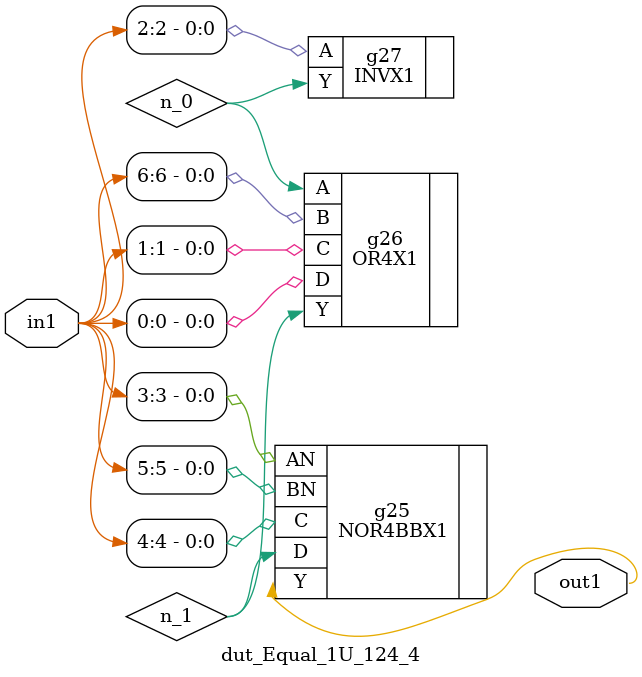
<source format=v>
`timescale 1ps / 1ps


module dut_Equal_1U_124_4(in1, out1);
  input [6:0] in1;
  output out1;
  wire [6:0] in1;
  wire out1;
  wire n_0, n_1;
  NOR4BBX1 g25(.AN (in1[3]), .BN (in1[5]), .C (in1[4]), .D (n_1), .Y
       (out1));
  OR4X1 g26(.A (n_0), .B (in1[6]), .C (in1[1]), .D (in1[0]), .Y (n_1));
  INVX1 g27(.A (in1[2]), .Y (n_0));
endmodule



</source>
